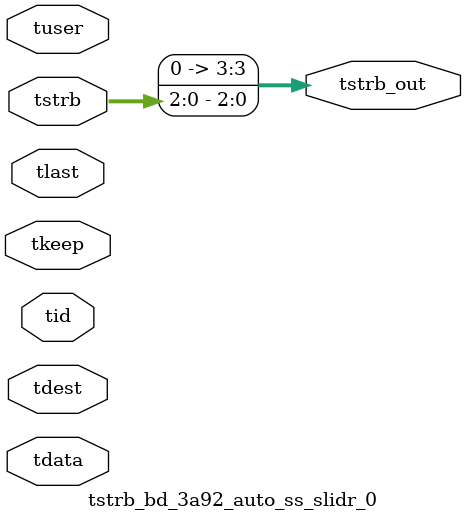
<source format=v>


`timescale 1ps/1ps

module tstrb_bd_3a92_auto_ss_slidr_0 #
(
parameter C_S_AXIS_TDATA_WIDTH = 32,
parameter C_S_AXIS_TUSER_WIDTH = 0,
parameter C_S_AXIS_TID_WIDTH   = 0,
parameter C_S_AXIS_TDEST_WIDTH = 0,
parameter C_M_AXIS_TDATA_WIDTH = 32
)
(
input  [(C_S_AXIS_TDATA_WIDTH == 0 ? 1 : C_S_AXIS_TDATA_WIDTH)-1:0     ] tdata,
input  [(C_S_AXIS_TUSER_WIDTH == 0 ? 1 : C_S_AXIS_TUSER_WIDTH)-1:0     ] tuser,
input  [(C_S_AXIS_TID_WIDTH   == 0 ? 1 : C_S_AXIS_TID_WIDTH)-1:0       ] tid,
input  [(C_S_AXIS_TDEST_WIDTH == 0 ? 1 : C_S_AXIS_TDEST_WIDTH)-1:0     ] tdest,
input  [(C_S_AXIS_TDATA_WIDTH/8)-1:0 ] tkeep,
input  [(C_S_AXIS_TDATA_WIDTH/8)-1:0 ] tstrb,
input                                                                    tlast,
output [(C_M_AXIS_TDATA_WIDTH/8)-1:0 ] tstrb_out
);

assign tstrb_out = {tstrb[2:0]};

endmodule


</source>
